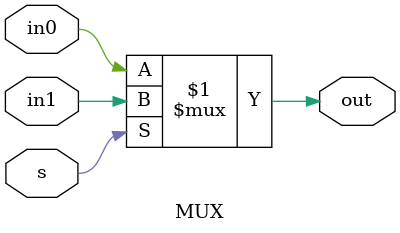
<source format=v>
`timescale 1ns / 1ps

module MUX#(parameter l = 1)(
    in0,
    in1,
    s,
    out
);
    input [l - 1:0]in0, in1;
    input s;
    output [l - 1:0]out;
    
    
    assign out = s ? in1 : in0;
endmodule

</source>
